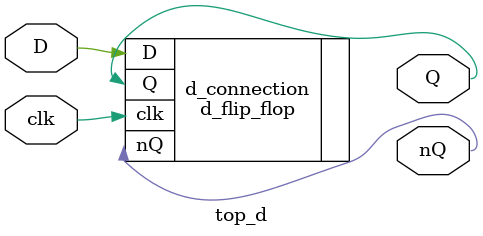
<source format=v>
module top_d(
input clk, D,
output Q, nQ);

d_flip_flop d_connection(.D(D), .clk(clk), .Q(Q), .nQ(nQ));

endmodule

</source>
